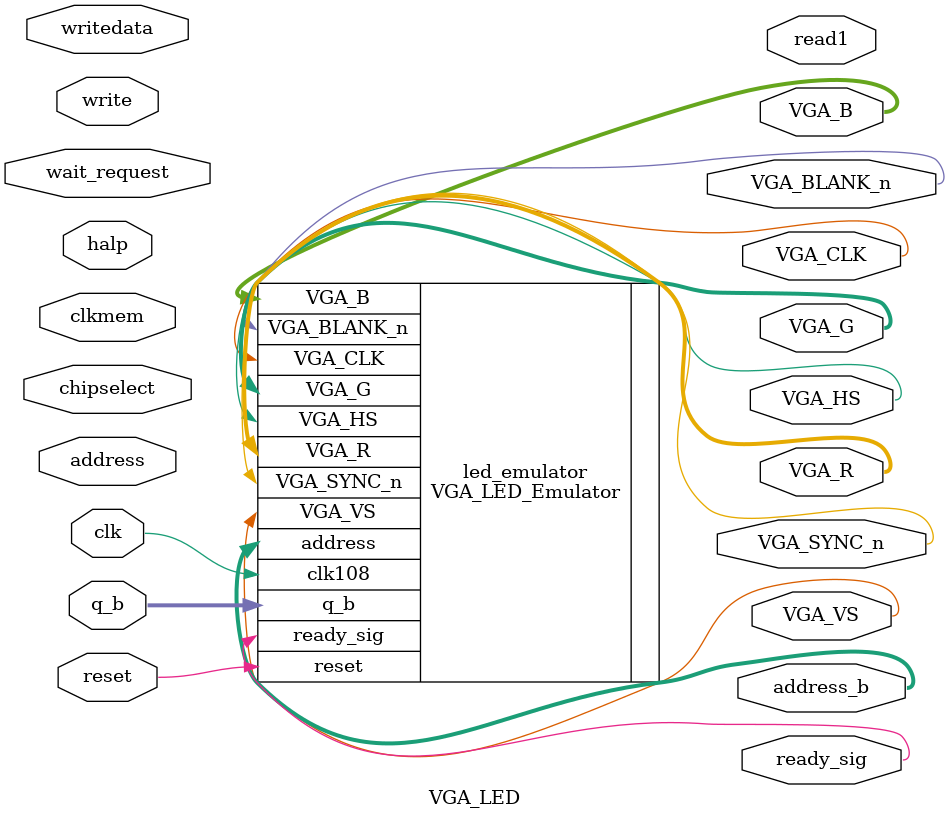
<source format=sv>
/* jco2127 jat2164 */

/*
 * Avalon memory-mapped peripheral for the VGA LED Emulator
 *
 * Stephen A. Edwards
 * Columbia University
 */

/*
 *
 * Adapted for use with Conway Accelerator project.
 * Adds interface for Avalon Mapped-Memory for data
 * transactions with the accelerator. Serves as the 
 * master (defined in Qsys). 
 *
 */

module VGA_LED(input logic        clk, clkmem,
	       input logic 	  reset,
	       input logic [31:0]  writedata,
	       input logic 	  write,
			 output logic read1, 
	       input 		  chipselect,
			 input wait_request,
	       input logic [2:0]  address,
			 input logic [19:0] q_b,
			 input logic halp, // for testing...
			 
			 output logic ready_sig,
			 output logic [15:0] address_b, 
	       output logic [7:0] VGA_R, VGA_G, VGA_B,
	       output logic 	  VGA_CLK, VGA_HS, VGA_VS, VGA_BLANK_n,
	       output logic 	  VGA_SYNC_n);

   
	VGA_LED_Emulator led_emulator (.clk108(clk), .reset(reset), .VGA_R(VGA_R), 
											.VGA_G(VGA_G), .VGA_B(VGA_B),
											.VGA_CLK(VGA_CLK), .VGA_HS(VGA_HS), .VGA_VS(VGA_VS), 
											.VGA_BLANK_n(VGA_BLANK_n), .VGA_SYNC_n(VGA_SYNC_n), 
											.q_b(q_b), .address(address_b), .ready_sig(ready_sig));
	logic halpflag;
		assign halpflag = !halp; 
		
		endmodule

</source>
